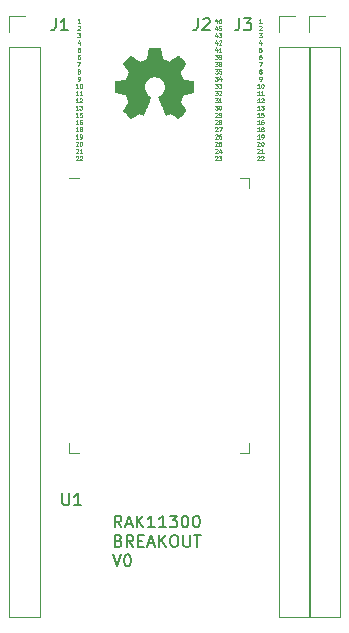
<source format=gbr>
G04 #@! TF.GenerationSoftware,KiCad,Pcbnew,5.1.5+dfsg1-2build2*
G04 #@! TF.CreationDate,2022-03-02T19:09:04-05:00*
G04 #@! TF.ProjectId,RAK11300_BREAKOUT,52414b31-3133-4303-905f-425245414b4f,rev?*
G04 #@! TF.SameCoordinates,Original*
G04 #@! TF.FileFunction,Legend,Top*
G04 #@! TF.FilePolarity,Positive*
%FSLAX46Y46*%
G04 Gerber Fmt 4.6, Leading zero omitted, Abs format (unit mm)*
G04 Created by KiCad (PCBNEW 5.1.5+dfsg1-2build2) date 2022-03-02 19:09:04*
%MOMM*%
%LPD*%
G04 APERTURE LIST*
%ADD10C,0.087500*%
%ADD11C,0.150000*%
%ADD12C,0.120000*%
%ADD13C,0.010000*%
G04 APERTURE END LIST*
D10*
X68286960Y-50906250D02*
X68286960Y-51139583D01*
X68203626Y-50772916D02*
X68120293Y-51022916D01*
X68336960Y-51022916D01*
X68620293Y-50789583D02*
X68553626Y-50789583D01*
X68520293Y-50806250D01*
X68503626Y-50822916D01*
X68470293Y-50872916D01*
X68453626Y-50939583D01*
X68453626Y-51072916D01*
X68470293Y-51106250D01*
X68486960Y-51122916D01*
X68520293Y-51139583D01*
X68586960Y-51139583D01*
X68620293Y-51122916D01*
X68636960Y-51106250D01*
X68653626Y-51072916D01*
X68653626Y-50989583D01*
X68636960Y-50956250D01*
X68620293Y-50939583D01*
X68586960Y-50922916D01*
X68520293Y-50922916D01*
X68486960Y-50939583D01*
X68470293Y-50956250D01*
X68453626Y-50989583D01*
X68286960Y-51518750D02*
X68286960Y-51752083D01*
X68203626Y-51385416D02*
X68120293Y-51635416D01*
X68336960Y-51635416D01*
X68636960Y-51402083D02*
X68470293Y-51402083D01*
X68453626Y-51568750D01*
X68470293Y-51552083D01*
X68503626Y-51535416D01*
X68586960Y-51535416D01*
X68620293Y-51552083D01*
X68636960Y-51568750D01*
X68653626Y-51602083D01*
X68653626Y-51685416D01*
X68636960Y-51718750D01*
X68620293Y-51735416D01*
X68586960Y-51752083D01*
X68503626Y-51752083D01*
X68470293Y-51735416D01*
X68453626Y-51718750D01*
X68286960Y-52131250D02*
X68286960Y-52364583D01*
X68203626Y-51997916D02*
X68120293Y-52247916D01*
X68336960Y-52247916D01*
X68436960Y-52014583D02*
X68653626Y-52014583D01*
X68536960Y-52147916D01*
X68586960Y-52147916D01*
X68620293Y-52164583D01*
X68636960Y-52181250D01*
X68653626Y-52214583D01*
X68653626Y-52297916D01*
X68636960Y-52331250D01*
X68620293Y-52347916D01*
X68586960Y-52364583D01*
X68486960Y-52364583D01*
X68453626Y-52347916D01*
X68436960Y-52331250D01*
X68286960Y-52743750D02*
X68286960Y-52977083D01*
X68203626Y-52610416D02*
X68120293Y-52860416D01*
X68336960Y-52860416D01*
X68453626Y-52660416D02*
X68470293Y-52643750D01*
X68503626Y-52627083D01*
X68586960Y-52627083D01*
X68620293Y-52643750D01*
X68636960Y-52660416D01*
X68653626Y-52693750D01*
X68653626Y-52727083D01*
X68636960Y-52777083D01*
X68436960Y-52977083D01*
X68653626Y-52977083D01*
X68286960Y-53356250D02*
X68286960Y-53589583D01*
X68203626Y-53222916D02*
X68120293Y-53472916D01*
X68336960Y-53472916D01*
X68653626Y-53589583D02*
X68453626Y-53589583D01*
X68553626Y-53589583D02*
X68553626Y-53239583D01*
X68520293Y-53289583D01*
X68486960Y-53322916D01*
X68453626Y-53339583D01*
X68103626Y-53852083D02*
X68320293Y-53852083D01*
X68203626Y-53985416D01*
X68253626Y-53985416D01*
X68286960Y-54002083D01*
X68303626Y-54018750D01*
X68320293Y-54052083D01*
X68320293Y-54135416D01*
X68303626Y-54168750D01*
X68286960Y-54185416D01*
X68253626Y-54202083D01*
X68153626Y-54202083D01*
X68120293Y-54185416D01*
X68103626Y-54168750D01*
X68486960Y-54202083D02*
X68553626Y-54202083D01*
X68586960Y-54185416D01*
X68603626Y-54168750D01*
X68636960Y-54118750D01*
X68653626Y-54052083D01*
X68653626Y-53918750D01*
X68636960Y-53885416D01*
X68620293Y-53868750D01*
X68586960Y-53852083D01*
X68520293Y-53852083D01*
X68486960Y-53868750D01*
X68470293Y-53885416D01*
X68453626Y-53918750D01*
X68453626Y-54002083D01*
X68470293Y-54035416D01*
X68486960Y-54052083D01*
X68520293Y-54068750D01*
X68586960Y-54068750D01*
X68620293Y-54052083D01*
X68636960Y-54035416D01*
X68653626Y-54002083D01*
X68103626Y-54464583D02*
X68320293Y-54464583D01*
X68203626Y-54597916D01*
X68253626Y-54597916D01*
X68286960Y-54614583D01*
X68303626Y-54631250D01*
X68320293Y-54664583D01*
X68320293Y-54747916D01*
X68303626Y-54781250D01*
X68286960Y-54797916D01*
X68253626Y-54814583D01*
X68153626Y-54814583D01*
X68120293Y-54797916D01*
X68103626Y-54781250D01*
X68520293Y-54614583D02*
X68486960Y-54597916D01*
X68470293Y-54581250D01*
X68453626Y-54547916D01*
X68453626Y-54531250D01*
X68470293Y-54497916D01*
X68486960Y-54481250D01*
X68520293Y-54464583D01*
X68586960Y-54464583D01*
X68620293Y-54481250D01*
X68636960Y-54497916D01*
X68653626Y-54531250D01*
X68653626Y-54547916D01*
X68636960Y-54581250D01*
X68620293Y-54597916D01*
X68586960Y-54614583D01*
X68520293Y-54614583D01*
X68486960Y-54631250D01*
X68470293Y-54647916D01*
X68453626Y-54681250D01*
X68453626Y-54747916D01*
X68470293Y-54781250D01*
X68486960Y-54797916D01*
X68520293Y-54814583D01*
X68586960Y-54814583D01*
X68620293Y-54797916D01*
X68636960Y-54781250D01*
X68653626Y-54747916D01*
X68653626Y-54681250D01*
X68636960Y-54647916D01*
X68620293Y-54631250D01*
X68586960Y-54614583D01*
X68103626Y-55077083D02*
X68320293Y-55077083D01*
X68203626Y-55210416D01*
X68253626Y-55210416D01*
X68286960Y-55227083D01*
X68303626Y-55243750D01*
X68320293Y-55277083D01*
X68320293Y-55360416D01*
X68303626Y-55393750D01*
X68286960Y-55410416D01*
X68253626Y-55427083D01*
X68153626Y-55427083D01*
X68120293Y-55410416D01*
X68103626Y-55393750D01*
X68636960Y-55077083D02*
X68470293Y-55077083D01*
X68453626Y-55243750D01*
X68470293Y-55227083D01*
X68503626Y-55210416D01*
X68586960Y-55210416D01*
X68620293Y-55227083D01*
X68636960Y-55243750D01*
X68653626Y-55277083D01*
X68653626Y-55360416D01*
X68636960Y-55393750D01*
X68620293Y-55410416D01*
X68586960Y-55427083D01*
X68503626Y-55427083D01*
X68470293Y-55410416D01*
X68453626Y-55393750D01*
X68103626Y-55689583D02*
X68320293Y-55689583D01*
X68203626Y-55822916D01*
X68253626Y-55822916D01*
X68286960Y-55839583D01*
X68303626Y-55856250D01*
X68320293Y-55889583D01*
X68320293Y-55972916D01*
X68303626Y-56006250D01*
X68286960Y-56022916D01*
X68253626Y-56039583D01*
X68153626Y-56039583D01*
X68120293Y-56022916D01*
X68103626Y-56006250D01*
X68620293Y-55806250D02*
X68620293Y-56039583D01*
X68536960Y-55672916D02*
X68453626Y-55922916D01*
X68670293Y-55922916D01*
X68103626Y-56302083D02*
X68320293Y-56302083D01*
X68203626Y-56435416D01*
X68253626Y-56435416D01*
X68286960Y-56452083D01*
X68303626Y-56468750D01*
X68320293Y-56502083D01*
X68320293Y-56585416D01*
X68303626Y-56618750D01*
X68286960Y-56635416D01*
X68253626Y-56652083D01*
X68153626Y-56652083D01*
X68120293Y-56635416D01*
X68103626Y-56618750D01*
X68436960Y-56302083D02*
X68653626Y-56302083D01*
X68536960Y-56435416D01*
X68586960Y-56435416D01*
X68620293Y-56452083D01*
X68636960Y-56468750D01*
X68653626Y-56502083D01*
X68653626Y-56585416D01*
X68636960Y-56618750D01*
X68620293Y-56635416D01*
X68586960Y-56652083D01*
X68486960Y-56652083D01*
X68453626Y-56635416D01*
X68436960Y-56618750D01*
X68103626Y-56914583D02*
X68320293Y-56914583D01*
X68203626Y-57047916D01*
X68253626Y-57047916D01*
X68286960Y-57064583D01*
X68303626Y-57081250D01*
X68320293Y-57114583D01*
X68320293Y-57197916D01*
X68303626Y-57231250D01*
X68286960Y-57247916D01*
X68253626Y-57264583D01*
X68153626Y-57264583D01*
X68120293Y-57247916D01*
X68103626Y-57231250D01*
X68453626Y-56947916D02*
X68470293Y-56931250D01*
X68503626Y-56914583D01*
X68586960Y-56914583D01*
X68620293Y-56931250D01*
X68636960Y-56947916D01*
X68653626Y-56981250D01*
X68653626Y-57014583D01*
X68636960Y-57064583D01*
X68436960Y-57264583D01*
X68653626Y-57264583D01*
X68103626Y-57527083D02*
X68320293Y-57527083D01*
X68203626Y-57660416D01*
X68253626Y-57660416D01*
X68286960Y-57677083D01*
X68303626Y-57693750D01*
X68320293Y-57727083D01*
X68320293Y-57810416D01*
X68303626Y-57843750D01*
X68286960Y-57860416D01*
X68253626Y-57877083D01*
X68153626Y-57877083D01*
X68120293Y-57860416D01*
X68103626Y-57843750D01*
X68653626Y-57877083D02*
X68453626Y-57877083D01*
X68553626Y-57877083D02*
X68553626Y-57527083D01*
X68520293Y-57577083D01*
X68486960Y-57610416D01*
X68453626Y-57627083D01*
X68103626Y-58139583D02*
X68320293Y-58139583D01*
X68203626Y-58272916D01*
X68253626Y-58272916D01*
X68286960Y-58289583D01*
X68303626Y-58306250D01*
X68320293Y-58339583D01*
X68320293Y-58422916D01*
X68303626Y-58456250D01*
X68286960Y-58472916D01*
X68253626Y-58489583D01*
X68153626Y-58489583D01*
X68120293Y-58472916D01*
X68103626Y-58456250D01*
X68536960Y-58139583D02*
X68570293Y-58139583D01*
X68603626Y-58156250D01*
X68620293Y-58172916D01*
X68636960Y-58206250D01*
X68653626Y-58272916D01*
X68653626Y-58356250D01*
X68636960Y-58422916D01*
X68620293Y-58456250D01*
X68603626Y-58472916D01*
X68570293Y-58489583D01*
X68536960Y-58489583D01*
X68503626Y-58472916D01*
X68486960Y-58456250D01*
X68470293Y-58422916D01*
X68453626Y-58356250D01*
X68453626Y-58272916D01*
X68470293Y-58206250D01*
X68486960Y-58172916D01*
X68503626Y-58156250D01*
X68536960Y-58139583D01*
X68120293Y-58785416D02*
X68136960Y-58768750D01*
X68170293Y-58752083D01*
X68253626Y-58752083D01*
X68286960Y-58768750D01*
X68303626Y-58785416D01*
X68320293Y-58818750D01*
X68320293Y-58852083D01*
X68303626Y-58902083D01*
X68103626Y-59102083D01*
X68320293Y-59102083D01*
X68486960Y-59102083D02*
X68553626Y-59102083D01*
X68586960Y-59085416D01*
X68603626Y-59068750D01*
X68636960Y-59018750D01*
X68653626Y-58952083D01*
X68653626Y-58818750D01*
X68636960Y-58785416D01*
X68620293Y-58768750D01*
X68586960Y-58752083D01*
X68520293Y-58752083D01*
X68486960Y-58768750D01*
X68470293Y-58785416D01*
X68453626Y-58818750D01*
X68453626Y-58902083D01*
X68470293Y-58935416D01*
X68486960Y-58952083D01*
X68520293Y-58968750D01*
X68586960Y-58968750D01*
X68620293Y-58952083D01*
X68636960Y-58935416D01*
X68653626Y-58902083D01*
X68120293Y-59397916D02*
X68136960Y-59381250D01*
X68170293Y-59364583D01*
X68253626Y-59364583D01*
X68286960Y-59381250D01*
X68303626Y-59397916D01*
X68320293Y-59431250D01*
X68320293Y-59464583D01*
X68303626Y-59514583D01*
X68103626Y-59714583D01*
X68320293Y-59714583D01*
X68520293Y-59514583D02*
X68486960Y-59497916D01*
X68470293Y-59481250D01*
X68453626Y-59447916D01*
X68453626Y-59431250D01*
X68470293Y-59397916D01*
X68486960Y-59381250D01*
X68520293Y-59364583D01*
X68586960Y-59364583D01*
X68620293Y-59381250D01*
X68636960Y-59397916D01*
X68653626Y-59431250D01*
X68653626Y-59447916D01*
X68636960Y-59481250D01*
X68620293Y-59497916D01*
X68586960Y-59514583D01*
X68520293Y-59514583D01*
X68486960Y-59531250D01*
X68470293Y-59547916D01*
X68453626Y-59581250D01*
X68453626Y-59647916D01*
X68470293Y-59681250D01*
X68486960Y-59697916D01*
X68520293Y-59714583D01*
X68586960Y-59714583D01*
X68620293Y-59697916D01*
X68636960Y-59681250D01*
X68653626Y-59647916D01*
X68653626Y-59581250D01*
X68636960Y-59547916D01*
X68620293Y-59531250D01*
X68586960Y-59514583D01*
X68120293Y-60010416D02*
X68136960Y-59993750D01*
X68170293Y-59977083D01*
X68253626Y-59977083D01*
X68286960Y-59993750D01*
X68303626Y-60010416D01*
X68320293Y-60043750D01*
X68320293Y-60077083D01*
X68303626Y-60127083D01*
X68103626Y-60327083D01*
X68320293Y-60327083D01*
X68436960Y-59977083D02*
X68670293Y-59977083D01*
X68520293Y-60327083D01*
X68120293Y-60622916D02*
X68136960Y-60606250D01*
X68170293Y-60589583D01*
X68253626Y-60589583D01*
X68286960Y-60606250D01*
X68303626Y-60622916D01*
X68320293Y-60656250D01*
X68320293Y-60689583D01*
X68303626Y-60739583D01*
X68103626Y-60939583D01*
X68320293Y-60939583D01*
X68620293Y-60589583D02*
X68553626Y-60589583D01*
X68520293Y-60606250D01*
X68503626Y-60622916D01*
X68470293Y-60672916D01*
X68453626Y-60739583D01*
X68453626Y-60872916D01*
X68470293Y-60906250D01*
X68486960Y-60922916D01*
X68520293Y-60939583D01*
X68586960Y-60939583D01*
X68620293Y-60922916D01*
X68636960Y-60906250D01*
X68653626Y-60872916D01*
X68653626Y-60789583D01*
X68636960Y-60756250D01*
X68620293Y-60739583D01*
X68586960Y-60722916D01*
X68520293Y-60722916D01*
X68486960Y-60739583D01*
X68470293Y-60756250D01*
X68453626Y-60789583D01*
X68120293Y-61235416D02*
X68136960Y-61218750D01*
X68170293Y-61202083D01*
X68253626Y-61202083D01*
X68286960Y-61218750D01*
X68303626Y-61235416D01*
X68320293Y-61268750D01*
X68320293Y-61302083D01*
X68303626Y-61352083D01*
X68103626Y-61552083D01*
X68320293Y-61552083D01*
X68636960Y-61202083D02*
X68470293Y-61202083D01*
X68453626Y-61368750D01*
X68470293Y-61352083D01*
X68503626Y-61335416D01*
X68586960Y-61335416D01*
X68620293Y-61352083D01*
X68636960Y-61368750D01*
X68653626Y-61402083D01*
X68653626Y-61485416D01*
X68636960Y-61518750D01*
X68620293Y-61535416D01*
X68586960Y-61552083D01*
X68503626Y-61552083D01*
X68470293Y-61535416D01*
X68453626Y-61518750D01*
X68120293Y-61847916D02*
X68136960Y-61831250D01*
X68170293Y-61814583D01*
X68253626Y-61814583D01*
X68286960Y-61831250D01*
X68303626Y-61847916D01*
X68320293Y-61881250D01*
X68320293Y-61914583D01*
X68303626Y-61964583D01*
X68103626Y-62164583D01*
X68320293Y-62164583D01*
X68620293Y-61931250D02*
X68620293Y-62164583D01*
X68536960Y-61797916D02*
X68453626Y-62047916D01*
X68670293Y-62047916D01*
X68120293Y-62460416D02*
X68136960Y-62443750D01*
X68170293Y-62427083D01*
X68253626Y-62427083D01*
X68286960Y-62443750D01*
X68303626Y-62460416D01*
X68320293Y-62493750D01*
X68320293Y-62527083D01*
X68303626Y-62577083D01*
X68103626Y-62777083D01*
X68320293Y-62777083D01*
X68436960Y-62427083D02*
X68653626Y-62427083D01*
X68536960Y-62560416D01*
X68586960Y-62560416D01*
X68620293Y-62577083D01*
X68636960Y-62593750D01*
X68653626Y-62627083D01*
X68653626Y-62710416D01*
X68636960Y-62743750D01*
X68620293Y-62760416D01*
X68586960Y-62777083D01*
X68486960Y-62777083D01*
X68453626Y-62760416D01*
X68436960Y-62743750D01*
X72058200Y-51139583D02*
X71858200Y-51139583D01*
X71958200Y-51139583D02*
X71958200Y-50789583D01*
X71924866Y-50839583D01*
X71891533Y-50872916D01*
X71858200Y-50889583D01*
X71858200Y-51435416D02*
X71874866Y-51418750D01*
X71908200Y-51402083D01*
X71991533Y-51402083D01*
X72024866Y-51418750D01*
X72041533Y-51435416D01*
X72058200Y-51468750D01*
X72058200Y-51502083D01*
X72041533Y-51552083D01*
X71841533Y-51752083D01*
X72058200Y-51752083D01*
X71841533Y-52014583D02*
X72058200Y-52014583D01*
X71941533Y-52147916D01*
X71991533Y-52147916D01*
X72024866Y-52164583D01*
X72041533Y-52181250D01*
X72058200Y-52214583D01*
X72058200Y-52297916D01*
X72041533Y-52331250D01*
X72024866Y-52347916D01*
X71991533Y-52364583D01*
X71891533Y-52364583D01*
X71858200Y-52347916D01*
X71841533Y-52331250D01*
X72024866Y-52743750D02*
X72024866Y-52977083D01*
X71941533Y-52610416D02*
X71858200Y-52860416D01*
X72074866Y-52860416D01*
X72041533Y-53239583D02*
X71874866Y-53239583D01*
X71858200Y-53406250D01*
X71874866Y-53389583D01*
X71908200Y-53372916D01*
X71991533Y-53372916D01*
X72024866Y-53389583D01*
X72041533Y-53406250D01*
X72058200Y-53439583D01*
X72058200Y-53522916D01*
X72041533Y-53556250D01*
X72024866Y-53572916D01*
X71991533Y-53589583D01*
X71908200Y-53589583D01*
X71874866Y-53572916D01*
X71858200Y-53556250D01*
X72024866Y-53852083D02*
X71958200Y-53852083D01*
X71924866Y-53868750D01*
X71908200Y-53885416D01*
X71874866Y-53935416D01*
X71858200Y-54002083D01*
X71858200Y-54135416D01*
X71874866Y-54168750D01*
X71891533Y-54185416D01*
X71924866Y-54202083D01*
X71991533Y-54202083D01*
X72024866Y-54185416D01*
X72041533Y-54168750D01*
X72058200Y-54135416D01*
X72058200Y-54052083D01*
X72041533Y-54018750D01*
X72024866Y-54002083D01*
X71991533Y-53985416D01*
X71924866Y-53985416D01*
X71891533Y-54002083D01*
X71874866Y-54018750D01*
X71858200Y-54052083D01*
X71841533Y-54464583D02*
X72074866Y-54464583D01*
X71924866Y-54814583D01*
X71924866Y-55227083D02*
X71891533Y-55210416D01*
X71874866Y-55193750D01*
X71858200Y-55160416D01*
X71858200Y-55143750D01*
X71874866Y-55110416D01*
X71891533Y-55093750D01*
X71924866Y-55077083D01*
X71991533Y-55077083D01*
X72024866Y-55093750D01*
X72041533Y-55110416D01*
X72058200Y-55143750D01*
X72058200Y-55160416D01*
X72041533Y-55193750D01*
X72024866Y-55210416D01*
X71991533Y-55227083D01*
X71924866Y-55227083D01*
X71891533Y-55243750D01*
X71874866Y-55260416D01*
X71858200Y-55293750D01*
X71858200Y-55360416D01*
X71874866Y-55393750D01*
X71891533Y-55410416D01*
X71924866Y-55427083D01*
X71991533Y-55427083D01*
X72024866Y-55410416D01*
X72041533Y-55393750D01*
X72058200Y-55360416D01*
X72058200Y-55293750D01*
X72041533Y-55260416D01*
X72024866Y-55243750D01*
X71991533Y-55227083D01*
X71891533Y-56039583D02*
X71958200Y-56039583D01*
X71991533Y-56022916D01*
X72008200Y-56006250D01*
X72041533Y-55956250D01*
X72058200Y-55889583D01*
X72058200Y-55756250D01*
X72041533Y-55722916D01*
X72024866Y-55706250D01*
X71991533Y-55689583D01*
X71924866Y-55689583D01*
X71891533Y-55706250D01*
X71874866Y-55722916D01*
X71858200Y-55756250D01*
X71858200Y-55839583D01*
X71874866Y-55872916D01*
X71891533Y-55889583D01*
X71924866Y-55906250D01*
X71991533Y-55906250D01*
X72024866Y-55889583D01*
X72041533Y-55872916D01*
X72058200Y-55839583D01*
X71891533Y-56652083D02*
X71691533Y-56652083D01*
X71791533Y-56652083D02*
X71791533Y-56302083D01*
X71758200Y-56352083D01*
X71724866Y-56385416D01*
X71691533Y-56402083D01*
X72108200Y-56302083D02*
X72141533Y-56302083D01*
X72174866Y-56318750D01*
X72191533Y-56335416D01*
X72208200Y-56368750D01*
X72224866Y-56435416D01*
X72224866Y-56518750D01*
X72208200Y-56585416D01*
X72191533Y-56618750D01*
X72174866Y-56635416D01*
X72141533Y-56652083D01*
X72108200Y-56652083D01*
X72074866Y-56635416D01*
X72058200Y-56618750D01*
X72041533Y-56585416D01*
X72024866Y-56518750D01*
X72024866Y-56435416D01*
X72041533Y-56368750D01*
X72058200Y-56335416D01*
X72074866Y-56318750D01*
X72108200Y-56302083D01*
X71891533Y-57264583D02*
X71691533Y-57264583D01*
X71791533Y-57264583D02*
X71791533Y-56914583D01*
X71758200Y-56964583D01*
X71724866Y-56997916D01*
X71691533Y-57014583D01*
X72224866Y-57264583D02*
X72024866Y-57264583D01*
X72124866Y-57264583D02*
X72124866Y-56914583D01*
X72091533Y-56964583D01*
X72058200Y-56997916D01*
X72024866Y-57014583D01*
X71891533Y-57877083D02*
X71691533Y-57877083D01*
X71791533Y-57877083D02*
X71791533Y-57527083D01*
X71758200Y-57577083D01*
X71724866Y-57610416D01*
X71691533Y-57627083D01*
X72024866Y-57560416D02*
X72041533Y-57543750D01*
X72074866Y-57527083D01*
X72158200Y-57527083D01*
X72191533Y-57543750D01*
X72208200Y-57560416D01*
X72224866Y-57593750D01*
X72224866Y-57627083D01*
X72208200Y-57677083D01*
X72008200Y-57877083D01*
X72224866Y-57877083D01*
X71891533Y-58489583D02*
X71691533Y-58489583D01*
X71791533Y-58489583D02*
X71791533Y-58139583D01*
X71758200Y-58189583D01*
X71724866Y-58222916D01*
X71691533Y-58239583D01*
X72008200Y-58139583D02*
X72224866Y-58139583D01*
X72108200Y-58272916D01*
X72158200Y-58272916D01*
X72191533Y-58289583D01*
X72208200Y-58306250D01*
X72224866Y-58339583D01*
X72224866Y-58422916D01*
X72208200Y-58456250D01*
X72191533Y-58472916D01*
X72158200Y-58489583D01*
X72058200Y-58489583D01*
X72024866Y-58472916D01*
X72008200Y-58456250D01*
X71891533Y-59102083D02*
X71691533Y-59102083D01*
X71791533Y-59102083D02*
X71791533Y-58752083D01*
X71758200Y-58802083D01*
X71724866Y-58835416D01*
X71691533Y-58852083D01*
X72208200Y-58752083D02*
X72041533Y-58752083D01*
X72024866Y-58918750D01*
X72041533Y-58902083D01*
X72074866Y-58885416D01*
X72158200Y-58885416D01*
X72191533Y-58902083D01*
X72208200Y-58918750D01*
X72224866Y-58952083D01*
X72224866Y-59035416D01*
X72208200Y-59068750D01*
X72191533Y-59085416D01*
X72158200Y-59102083D01*
X72074866Y-59102083D01*
X72041533Y-59085416D01*
X72024866Y-59068750D01*
X71891533Y-59714583D02*
X71691533Y-59714583D01*
X71791533Y-59714583D02*
X71791533Y-59364583D01*
X71758200Y-59414583D01*
X71724866Y-59447916D01*
X71691533Y-59464583D01*
X72191533Y-59364583D02*
X72124866Y-59364583D01*
X72091533Y-59381250D01*
X72074866Y-59397916D01*
X72041533Y-59447916D01*
X72024866Y-59514583D01*
X72024866Y-59647916D01*
X72041533Y-59681250D01*
X72058200Y-59697916D01*
X72091533Y-59714583D01*
X72158200Y-59714583D01*
X72191533Y-59697916D01*
X72208200Y-59681250D01*
X72224866Y-59647916D01*
X72224866Y-59564583D01*
X72208200Y-59531250D01*
X72191533Y-59514583D01*
X72158200Y-59497916D01*
X72091533Y-59497916D01*
X72058200Y-59514583D01*
X72041533Y-59531250D01*
X72024866Y-59564583D01*
X71891533Y-60327083D02*
X71691533Y-60327083D01*
X71791533Y-60327083D02*
X71791533Y-59977083D01*
X71758200Y-60027083D01*
X71724866Y-60060416D01*
X71691533Y-60077083D01*
X72091533Y-60127083D02*
X72058200Y-60110416D01*
X72041533Y-60093750D01*
X72024866Y-60060416D01*
X72024866Y-60043750D01*
X72041533Y-60010416D01*
X72058200Y-59993750D01*
X72091533Y-59977083D01*
X72158200Y-59977083D01*
X72191533Y-59993750D01*
X72208200Y-60010416D01*
X72224866Y-60043750D01*
X72224866Y-60060416D01*
X72208200Y-60093750D01*
X72191533Y-60110416D01*
X72158200Y-60127083D01*
X72091533Y-60127083D01*
X72058200Y-60143750D01*
X72041533Y-60160416D01*
X72024866Y-60193750D01*
X72024866Y-60260416D01*
X72041533Y-60293750D01*
X72058200Y-60310416D01*
X72091533Y-60327083D01*
X72158200Y-60327083D01*
X72191533Y-60310416D01*
X72208200Y-60293750D01*
X72224866Y-60260416D01*
X72224866Y-60193750D01*
X72208200Y-60160416D01*
X72191533Y-60143750D01*
X72158200Y-60127083D01*
X71891533Y-60939583D02*
X71691533Y-60939583D01*
X71791533Y-60939583D02*
X71791533Y-60589583D01*
X71758200Y-60639583D01*
X71724866Y-60672916D01*
X71691533Y-60689583D01*
X72058200Y-60939583D02*
X72124866Y-60939583D01*
X72158200Y-60922916D01*
X72174866Y-60906250D01*
X72208200Y-60856250D01*
X72224866Y-60789583D01*
X72224866Y-60656250D01*
X72208200Y-60622916D01*
X72191533Y-60606250D01*
X72158200Y-60589583D01*
X72091533Y-60589583D01*
X72058200Y-60606250D01*
X72041533Y-60622916D01*
X72024866Y-60656250D01*
X72024866Y-60739583D01*
X72041533Y-60772916D01*
X72058200Y-60789583D01*
X72091533Y-60806250D01*
X72158200Y-60806250D01*
X72191533Y-60789583D01*
X72208200Y-60772916D01*
X72224866Y-60739583D01*
X71691533Y-61235416D02*
X71708200Y-61218750D01*
X71741533Y-61202083D01*
X71824866Y-61202083D01*
X71858200Y-61218750D01*
X71874866Y-61235416D01*
X71891533Y-61268750D01*
X71891533Y-61302083D01*
X71874866Y-61352083D01*
X71674866Y-61552083D01*
X71891533Y-61552083D01*
X72108200Y-61202083D02*
X72141533Y-61202083D01*
X72174866Y-61218750D01*
X72191533Y-61235416D01*
X72208200Y-61268750D01*
X72224866Y-61335416D01*
X72224866Y-61418750D01*
X72208200Y-61485416D01*
X72191533Y-61518750D01*
X72174866Y-61535416D01*
X72141533Y-61552083D01*
X72108200Y-61552083D01*
X72074866Y-61535416D01*
X72058200Y-61518750D01*
X72041533Y-61485416D01*
X72024866Y-61418750D01*
X72024866Y-61335416D01*
X72041533Y-61268750D01*
X72058200Y-61235416D01*
X72074866Y-61218750D01*
X72108200Y-61202083D01*
X71691533Y-61847916D02*
X71708200Y-61831250D01*
X71741533Y-61814583D01*
X71824866Y-61814583D01*
X71858200Y-61831250D01*
X71874866Y-61847916D01*
X71891533Y-61881250D01*
X71891533Y-61914583D01*
X71874866Y-61964583D01*
X71674866Y-62164583D01*
X71891533Y-62164583D01*
X72224866Y-62164583D02*
X72024866Y-62164583D01*
X72124866Y-62164583D02*
X72124866Y-61814583D01*
X72091533Y-61864583D01*
X72058200Y-61897916D01*
X72024866Y-61914583D01*
X71691533Y-62460416D02*
X71708200Y-62443750D01*
X71741533Y-62427083D01*
X71824866Y-62427083D01*
X71858200Y-62443750D01*
X71874866Y-62460416D01*
X71891533Y-62493750D01*
X71891533Y-62527083D01*
X71874866Y-62577083D01*
X71674866Y-62777083D01*
X71891533Y-62777083D01*
X72024866Y-62460416D02*
X72041533Y-62443750D01*
X72074866Y-62427083D01*
X72158200Y-62427083D01*
X72191533Y-62443750D01*
X72208200Y-62460416D01*
X72224866Y-62493750D01*
X72224866Y-62527083D01*
X72208200Y-62577083D01*
X72008200Y-62777083D01*
X72224866Y-62777083D01*
X56681040Y-51139583D02*
X56481040Y-51139583D01*
X56581040Y-51139583D02*
X56581040Y-50789583D01*
X56547706Y-50839583D01*
X56514373Y-50872916D01*
X56481040Y-50889583D01*
X56481040Y-51435416D02*
X56497706Y-51418750D01*
X56531040Y-51402083D01*
X56614373Y-51402083D01*
X56647706Y-51418750D01*
X56664373Y-51435416D01*
X56681040Y-51468750D01*
X56681040Y-51502083D01*
X56664373Y-51552083D01*
X56464373Y-51752083D01*
X56681040Y-51752083D01*
X56464373Y-52014583D02*
X56681040Y-52014583D01*
X56564373Y-52147916D01*
X56614373Y-52147916D01*
X56647706Y-52164583D01*
X56664373Y-52181250D01*
X56681040Y-52214583D01*
X56681040Y-52297916D01*
X56664373Y-52331250D01*
X56647706Y-52347916D01*
X56614373Y-52364583D01*
X56514373Y-52364583D01*
X56481040Y-52347916D01*
X56464373Y-52331250D01*
X56647706Y-52743750D02*
X56647706Y-52977083D01*
X56564373Y-52610416D02*
X56481040Y-52860416D01*
X56697706Y-52860416D01*
X56664373Y-53239583D02*
X56497706Y-53239583D01*
X56481040Y-53406250D01*
X56497706Y-53389583D01*
X56531040Y-53372916D01*
X56614373Y-53372916D01*
X56647706Y-53389583D01*
X56664373Y-53406250D01*
X56681040Y-53439583D01*
X56681040Y-53522916D01*
X56664373Y-53556250D01*
X56647706Y-53572916D01*
X56614373Y-53589583D01*
X56531040Y-53589583D01*
X56497706Y-53572916D01*
X56481040Y-53556250D01*
X56647706Y-53852083D02*
X56581040Y-53852083D01*
X56547706Y-53868750D01*
X56531040Y-53885416D01*
X56497706Y-53935416D01*
X56481040Y-54002083D01*
X56481040Y-54135416D01*
X56497706Y-54168750D01*
X56514373Y-54185416D01*
X56547706Y-54202083D01*
X56614373Y-54202083D01*
X56647706Y-54185416D01*
X56664373Y-54168750D01*
X56681040Y-54135416D01*
X56681040Y-54052083D01*
X56664373Y-54018750D01*
X56647706Y-54002083D01*
X56614373Y-53985416D01*
X56547706Y-53985416D01*
X56514373Y-54002083D01*
X56497706Y-54018750D01*
X56481040Y-54052083D01*
X56464373Y-54464583D02*
X56697706Y-54464583D01*
X56547706Y-54814583D01*
X56547706Y-55227083D02*
X56514373Y-55210416D01*
X56497706Y-55193750D01*
X56481040Y-55160416D01*
X56481040Y-55143750D01*
X56497706Y-55110416D01*
X56514373Y-55093750D01*
X56547706Y-55077083D01*
X56614373Y-55077083D01*
X56647706Y-55093750D01*
X56664373Y-55110416D01*
X56681040Y-55143750D01*
X56681040Y-55160416D01*
X56664373Y-55193750D01*
X56647706Y-55210416D01*
X56614373Y-55227083D01*
X56547706Y-55227083D01*
X56514373Y-55243750D01*
X56497706Y-55260416D01*
X56481040Y-55293750D01*
X56481040Y-55360416D01*
X56497706Y-55393750D01*
X56514373Y-55410416D01*
X56547706Y-55427083D01*
X56614373Y-55427083D01*
X56647706Y-55410416D01*
X56664373Y-55393750D01*
X56681040Y-55360416D01*
X56681040Y-55293750D01*
X56664373Y-55260416D01*
X56647706Y-55243750D01*
X56614373Y-55227083D01*
X56514373Y-56039583D02*
X56581040Y-56039583D01*
X56614373Y-56022916D01*
X56631040Y-56006250D01*
X56664373Y-55956250D01*
X56681040Y-55889583D01*
X56681040Y-55756250D01*
X56664373Y-55722916D01*
X56647706Y-55706250D01*
X56614373Y-55689583D01*
X56547706Y-55689583D01*
X56514373Y-55706250D01*
X56497706Y-55722916D01*
X56481040Y-55756250D01*
X56481040Y-55839583D01*
X56497706Y-55872916D01*
X56514373Y-55889583D01*
X56547706Y-55906250D01*
X56614373Y-55906250D01*
X56647706Y-55889583D01*
X56664373Y-55872916D01*
X56681040Y-55839583D01*
X56514373Y-56652083D02*
X56314373Y-56652083D01*
X56414373Y-56652083D02*
X56414373Y-56302083D01*
X56381040Y-56352083D01*
X56347706Y-56385416D01*
X56314373Y-56402083D01*
X56731040Y-56302083D02*
X56764373Y-56302083D01*
X56797706Y-56318750D01*
X56814373Y-56335416D01*
X56831040Y-56368750D01*
X56847706Y-56435416D01*
X56847706Y-56518750D01*
X56831040Y-56585416D01*
X56814373Y-56618750D01*
X56797706Y-56635416D01*
X56764373Y-56652083D01*
X56731040Y-56652083D01*
X56697706Y-56635416D01*
X56681040Y-56618750D01*
X56664373Y-56585416D01*
X56647706Y-56518750D01*
X56647706Y-56435416D01*
X56664373Y-56368750D01*
X56681040Y-56335416D01*
X56697706Y-56318750D01*
X56731040Y-56302083D01*
X56514373Y-57264583D02*
X56314373Y-57264583D01*
X56414373Y-57264583D02*
X56414373Y-56914583D01*
X56381040Y-56964583D01*
X56347706Y-56997916D01*
X56314373Y-57014583D01*
X56847706Y-57264583D02*
X56647706Y-57264583D01*
X56747706Y-57264583D02*
X56747706Y-56914583D01*
X56714373Y-56964583D01*
X56681040Y-56997916D01*
X56647706Y-57014583D01*
X56514373Y-57877083D02*
X56314373Y-57877083D01*
X56414373Y-57877083D02*
X56414373Y-57527083D01*
X56381040Y-57577083D01*
X56347706Y-57610416D01*
X56314373Y-57627083D01*
X56647706Y-57560416D02*
X56664373Y-57543750D01*
X56697706Y-57527083D01*
X56781040Y-57527083D01*
X56814373Y-57543750D01*
X56831040Y-57560416D01*
X56847706Y-57593750D01*
X56847706Y-57627083D01*
X56831040Y-57677083D01*
X56631040Y-57877083D01*
X56847706Y-57877083D01*
X56514373Y-58489583D02*
X56314373Y-58489583D01*
X56414373Y-58489583D02*
X56414373Y-58139583D01*
X56381040Y-58189583D01*
X56347706Y-58222916D01*
X56314373Y-58239583D01*
X56631040Y-58139583D02*
X56847706Y-58139583D01*
X56731040Y-58272916D01*
X56781040Y-58272916D01*
X56814373Y-58289583D01*
X56831040Y-58306250D01*
X56847706Y-58339583D01*
X56847706Y-58422916D01*
X56831040Y-58456250D01*
X56814373Y-58472916D01*
X56781040Y-58489583D01*
X56681040Y-58489583D01*
X56647706Y-58472916D01*
X56631040Y-58456250D01*
X56514373Y-59102083D02*
X56314373Y-59102083D01*
X56414373Y-59102083D02*
X56414373Y-58752083D01*
X56381040Y-58802083D01*
X56347706Y-58835416D01*
X56314373Y-58852083D01*
X56831040Y-58752083D02*
X56664373Y-58752083D01*
X56647706Y-58918750D01*
X56664373Y-58902083D01*
X56697706Y-58885416D01*
X56781040Y-58885416D01*
X56814373Y-58902083D01*
X56831040Y-58918750D01*
X56847706Y-58952083D01*
X56847706Y-59035416D01*
X56831040Y-59068750D01*
X56814373Y-59085416D01*
X56781040Y-59102083D01*
X56697706Y-59102083D01*
X56664373Y-59085416D01*
X56647706Y-59068750D01*
X56514373Y-59714583D02*
X56314373Y-59714583D01*
X56414373Y-59714583D02*
X56414373Y-59364583D01*
X56381040Y-59414583D01*
X56347706Y-59447916D01*
X56314373Y-59464583D01*
X56814373Y-59364583D02*
X56747706Y-59364583D01*
X56714373Y-59381250D01*
X56697706Y-59397916D01*
X56664373Y-59447916D01*
X56647706Y-59514583D01*
X56647706Y-59647916D01*
X56664373Y-59681250D01*
X56681040Y-59697916D01*
X56714373Y-59714583D01*
X56781040Y-59714583D01*
X56814373Y-59697916D01*
X56831040Y-59681250D01*
X56847706Y-59647916D01*
X56847706Y-59564583D01*
X56831040Y-59531250D01*
X56814373Y-59514583D01*
X56781040Y-59497916D01*
X56714373Y-59497916D01*
X56681040Y-59514583D01*
X56664373Y-59531250D01*
X56647706Y-59564583D01*
X56514373Y-60327083D02*
X56314373Y-60327083D01*
X56414373Y-60327083D02*
X56414373Y-59977083D01*
X56381040Y-60027083D01*
X56347706Y-60060416D01*
X56314373Y-60077083D01*
X56714373Y-60127083D02*
X56681040Y-60110416D01*
X56664373Y-60093750D01*
X56647706Y-60060416D01*
X56647706Y-60043750D01*
X56664373Y-60010416D01*
X56681040Y-59993750D01*
X56714373Y-59977083D01*
X56781040Y-59977083D01*
X56814373Y-59993750D01*
X56831040Y-60010416D01*
X56847706Y-60043750D01*
X56847706Y-60060416D01*
X56831040Y-60093750D01*
X56814373Y-60110416D01*
X56781040Y-60127083D01*
X56714373Y-60127083D01*
X56681040Y-60143750D01*
X56664373Y-60160416D01*
X56647706Y-60193750D01*
X56647706Y-60260416D01*
X56664373Y-60293750D01*
X56681040Y-60310416D01*
X56714373Y-60327083D01*
X56781040Y-60327083D01*
X56814373Y-60310416D01*
X56831040Y-60293750D01*
X56847706Y-60260416D01*
X56847706Y-60193750D01*
X56831040Y-60160416D01*
X56814373Y-60143750D01*
X56781040Y-60127083D01*
X56514373Y-60939583D02*
X56314373Y-60939583D01*
X56414373Y-60939583D02*
X56414373Y-60589583D01*
X56381040Y-60639583D01*
X56347706Y-60672916D01*
X56314373Y-60689583D01*
X56681040Y-60939583D02*
X56747706Y-60939583D01*
X56781040Y-60922916D01*
X56797706Y-60906250D01*
X56831040Y-60856250D01*
X56847706Y-60789583D01*
X56847706Y-60656250D01*
X56831040Y-60622916D01*
X56814373Y-60606250D01*
X56781040Y-60589583D01*
X56714373Y-60589583D01*
X56681040Y-60606250D01*
X56664373Y-60622916D01*
X56647706Y-60656250D01*
X56647706Y-60739583D01*
X56664373Y-60772916D01*
X56681040Y-60789583D01*
X56714373Y-60806250D01*
X56781040Y-60806250D01*
X56814373Y-60789583D01*
X56831040Y-60772916D01*
X56847706Y-60739583D01*
X56314373Y-61235416D02*
X56331040Y-61218750D01*
X56364373Y-61202083D01*
X56447706Y-61202083D01*
X56481040Y-61218750D01*
X56497706Y-61235416D01*
X56514373Y-61268750D01*
X56514373Y-61302083D01*
X56497706Y-61352083D01*
X56297706Y-61552083D01*
X56514373Y-61552083D01*
X56731040Y-61202083D02*
X56764373Y-61202083D01*
X56797706Y-61218750D01*
X56814373Y-61235416D01*
X56831040Y-61268750D01*
X56847706Y-61335416D01*
X56847706Y-61418750D01*
X56831040Y-61485416D01*
X56814373Y-61518750D01*
X56797706Y-61535416D01*
X56764373Y-61552083D01*
X56731040Y-61552083D01*
X56697706Y-61535416D01*
X56681040Y-61518750D01*
X56664373Y-61485416D01*
X56647706Y-61418750D01*
X56647706Y-61335416D01*
X56664373Y-61268750D01*
X56681040Y-61235416D01*
X56697706Y-61218750D01*
X56731040Y-61202083D01*
X56314373Y-61847916D02*
X56331040Y-61831250D01*
X56364373Y-61814583D01*
X56447706Y-61814583D01*
X56481040Y-61831250D01*
X56497706Y-61847916D01*
X56514373Y-61881250D01*
X56514373Y-61914583D01*
X56497706Y-61964583D01*
X56297706Y-62164583D01*
X56514373Y-62164583D01*
X56847706Y-62164583D02*
X56647706Y-62164583D01*
X56747706Y-62164583D02*
X56747706Y-61814583D01*
X56714373Y-61864583D01*
X56681040Y-61897916D01*
X56647706Y-61914583D01*
X56314373Y-62460416D02*
X56331040Y-62443750D01*
X56364373Y-62427083D01*
X56447706Y-62427083D01*
X56481040Y-62443750D01*
X56497706Y-62460416D01*
X56514373Y-62493750D01*
X56514373Y-62527083D01*
X56497706Y-62577083D01*
X56297706Y-62777083D01*
X56514373Y-62777083D01*
X56647706Y-62460416D02*
X56664373Y-62443750D01*
X56697706Y-62427083D01*
X56781040Y-62427083D01*
X56814373Y-62443750D01*
X56831040Y-62460416D01*
X56847706Y-62493750D01*
X56847706Y-62527083D01*
X56831040Y-62577083D01*
X56631040Y-62777083D01*
X56847706Y-62777083D01*
D11*
X60190623Y-93849180D02*
X59857290Y-93372990D01*
X59619195Y-93849180D02*
X59619195Y-92849180D01*
X60000147Y-92849180D01*
X60095385Y-92896800D01*
X60143004Y-92944419D01*
X60190623Y-93039657D01*
X60190623Y-93182514D01*
X60143004Y-93277752D01*
X60095385Y-93325371D01*
X60000147Y-93372990D01*
X59619195Y-93372990D01*
X60571576Y-93563466D02*
X61047766Y-93563466D01*
X60476338Y-93849180D02*
X60809671Y-92849180D01*
X61143004Y-93849180D01*
X61476338Y-93849180D02*
X61476338Y-92849180D01*
X62047766Y-93849180D02*
X61619195Y-93277752D01*
X62047766Y-92849180D02*
X61476338Y-93420609D01*
X63000147Y-93849180D02*
X62428719Y-93849180D01*
X62714433Y-93849180D02*
X62714433Y-92849180D01*
X62619195Y-92992038D01*
X62523957Y-93087276D01*
X62428719Y-93134895D01*
X63952528Y-93849180D02*
X63381100Y-93849180D01*
X63666814Y-93849180D02*
X63666814Y-92849180D01*
X63571576Y-92992038D01*
X63476338Y-93087276D01*
X63381100Y-93134895D01*
X64285861Y-92849180D02*
X64904909Y-92849180D01*
X64571576Y-93230133D01*
X64714433Y-93230133D01*
X64809671Y-93277752D01*
X64857290Y-93325371D01*
X64904909Y-93420609D01*
X64904909Y-93658704D01*
X64857290Y-93753942D01*
X64809671Y-93801561D01*
X64714433Y-93849180D01*
X64428719Y-93849180D01*
X64333480Y-93801561D01*
X64285861Y-93753942D01*
X65523957Y-92849180D02*
X65619195Y-92849180D01*
X65714433Y-92896800D01*
X65762052Y-92944419D01*
X65809671Y-93039657D01*
X65857290Y-93230133D01*
X65857290Y-93468228D01*
X65809671Y-93658704D01*
X65762052Y-93753942D01*
X65714433Y-93801561D01*
X65619195Y-93849180D01*
X65523957Y-93849180D01*
X65428719Y-93801561D01*
X65381100Y-93753942D01*
X65333480Y-93658704D01*
X65285861Y-93468228D01*
X65285861Y-93230133D01*
X65333480Y-93039657D01*
X65381100Y-92944419D01*
X65428719Y-92896800D01*
X65523957Y-92849180D01*
X66476338Y-92849180D02*
X66571576Y-92849180D01*
X66666814Y-92896800D01*
X66714433Y-92944419D01*
X66762052Y-93039657D01*
X66809671Y-93230133D01*
X66809671Y-93468228D01*
X66762052Y-93658704D01*
X66714433Y-93753942D01*
X66666814Y-93801561D01*
X66571576Y-93849180D01*
X66476338Y-93849180D01*
X66381100Y-93801561D01*
X66333480Y-93753942D01*
X66285861Y-93658704D01*
X66238242Y-93468228D01*
X66238242Y-93230133D01*
X66285861Y-93039657D01*
X66333480Y-92944419D01*
X66381100Y-92896800D01*
X66476338Y-92849180D01*
X59952528Y-94975371D02*
X60095385Y-95022990D01*
X60143004Y-95070609D01*
X60190623Y-95165847D01*
X60190623Y-95308704D01*
X60143004Y-95403942D01*
X60095385Y-95451561D01*
X60000147Y-95499180D01*
X59619195Y-95499180D01*
X59619195Y-94499180D01*
X59952528Y-94499180D01*
X60047766Y-94546800D01*
X60095385Y-94594419D01*
X60143004Y-94689657D01*
X60143004Y-94784895D01*
X60095385Y-94880133D01*
X60047766Y-94927752D01*
X59952528Y-94975371D01*
X59619195Y-94975371D01*
X61190623Y-95499180D02*
X60857290Y-95022990D01*
X60619195Y-95499180D02*
X60619195Y-94499180D01*
X61000147Y-94499180D01*
X61095385Y-94546800D01*
X61143004Y-94594419D01*
X61190623Y-94689657D01*
X61190623Y-94832514D01*
X61143004Y-94927752D01*
X61095385Y-94975371D01*
X61000147Y-95022990D01*
X60619195Y-95022990D01*
X61619195Y-94975371D02*
X61952528Y-94975371D01*
X62095385Y-95499180D02*
X61619195Y-95499180D01*
X61619195Y-94499180D01*
X62095385Y-94499180D01*
X62476338Y-95213466D02*
X62952528Y-95213466D01*
X62381100Y-95499180D02*
X62714433Y-94499180D01*
X63047766Y-95499180D01*
X63381100Y-95499180D02*
X63381100Y-94499180D01*
X63952528Y-95499180D02*
X63523957Y-94927752D01*
X63952528Y-94499180D02*
X63381100Y-95070609D01*
X64571576Y-94499180D02*
X64762052Y-94499180D01*
X64857290Y-94546800D01*
X64952528Y-94642038D01*
X65000147Y-94832514D01*
X65000147Y-95165847D01*
X64952528Y-95356323D01*
X64857290Y-95451561D01*
X64762052Y-95499180D01*
X64571576Y-95499180D01*
X64476338Y-95451561D01*
X64381100Y-95356323D01*
X64333480Y-95165847D01*
X64333480Y-94832514D01*
X64381100Y-94642038D01*
X64476338Y-94546800D01*
X64571576Y-94499180D01*
X65428719Y-94499180D02*
X65428719Y-95308704D01*
X65476338Y-95403942D01*
X65523957Y-95451561D01*
X65619195Y-95499180D01*
X65809671Y-95499180D01*
X65904909Y-95451561D01*
X65952528Y-95403942D01*
X66000147Y-95308704D01*
X66000147Y-94499180D01*
X66333480Y-94499180D02*
X66904909Y-94499180D01*
X66619195Y-95499180D02*
X66619195Y-94499180D01*
X59476338Y-96149180D02*
X59809671Y-97149180D01*
X60143004Y-96149180D01*
X60666814Y-96149180D02*
X60762052Y-96149180D01*
X60857290Y-96196800D01*
X60904909Y-96244419D01*
X60952528Y-96339657D01*
X61000147Y-96530133D01*
X61000147Y-96768228D01*
X60952528Y-96958704D01*
X60904909Y-97053942D01*
X60857290Y-97101561D01*
X60762052Y-97149180D01*
X60666814Y-97149180D01*
X60571576Y-97101561D01*
X60523957Y-97053942D01*
X60476338Y-96958704D01*
X60428719Y-96768228D01*
X60428719Y-96530133D01*
X60476338Y-96339657D01*
X60523957Y-96244419D01*
X60571576Y-96196800D01*
X60666814Y-96149180D01*
D12*
X76070000Y-50540000D02*
X77400000Y-50540000D01*
X76070000Y-51870000D02*
X76070000Y-50540000D01*
X76070000Y-53140000D02*
X78730000Y-53140000D01*
X78730000Y-53140000D02*
X78730000Y-101460000D01*
X76070000Y-53140000D02*
X76070000Y-101460000D01*
X76070000Y-101460000D02*
X78730000Y-101460000D01*
D13*
G36*
X63512254Y-53714691D02*
G01*
X63596075Y-54159315D01*
X63905360Y-54286813D01*
X64214646Y-54414311D01*
X64585686Y-54162006D01*
X64689597Y-54091756D01*
X64783527Y-54029032D01*
X64863092Y-53976698D01*
X64923910Y-53937617D01*
X64961597Y-53914653D01*
X64971861Y-53909702D01*
X64990350Y-53922436D01*
X65029860Y-53957642D01*
X65085962Y-54010822D01*
X65154227Y-54077478D01*
X65230226Y-54153114D01*
X65309532Y-54233232D01*
X65387715Y-54313334D01*
X65460347Y-54388924D01*
X65522999Y-54455505D01*
X65571243Y-54508578D01*
X65600650Y-54543647D01*
X65607681Y-54555383D01*
X65597563Y-54577020D01*
X65569199Y-54624422D01*
X65525569Y-54692953D01*
X65469658Y-54777975D01*
X65404446Y-54874853D01*
X65366659Y-54930110D01*
X65297783Y-55031008D01*
X65236580Y-55122059D01*
X65186018Y-55198730D01*
X65149068Y-55256488D01*
X65128698Y-55290803D01*
X65125637Y-55298014D01*
X65132576Y-55318508D01*
X65151491Y-55366273D01*
X65179527Y-55434592D01*
X65213831Y-55516749D01*
X65251549Y-55606030D01*
X65289827Y-55695718D01*
X65325810Y-55779098D01*
X65356646Y-55849454D01*
X65379479Y-55900070D01*
X65391457Y-55924231D01*
X65392164Y-55925182D01*
X65410971Y-55929796D01*
X65461058Y-55940088D01*
X65537233Y-55955047D01*
X65634305Y-55973661D01*
X65747083Y-55994919D01*
X65812882Y-56007178D01*
X65933390Y-56030122D01*
X66042237Y-56051955D01*
X66133916Y-56071482D01*
X66202921Y-56087508D01*
X66243744Y-56098839D01*
X66251951Y-56102434D01*
X66259988Y-56126766D01*
X66266473Y-56181719D01*
X66271410Y-56260868D01*
X66274804Y-56357786D01*
X66276658Y-56466047D01*
X66276978Y-56579225D01*
X66275767Y-56690895D01*
X66273030Y-56794628D01*
X66268771Y-56884001D01*
X66262995Y-56952586D01*
X66255707Y-56993957D01*
X66251335Y-57002570D01*
X66225204Y-57012893D01*
X66169833Y-57027652D01*
X66092547Y-57045112D01*
X66000670Y-57063540D01*
X65968598Y-57069501D01*
X65813964Y-57097826D01*
X65691815Y-57120636D01*
X65598113Y-57138840D01*
X65528824Y-57153343D01*
X65479911Y-57165052D01*
X65447337Y-57174875D01*
X65427068Y-57183716D01*
X65415066Y-57192484D01*
X65413387Y-57194217D01*
X65396624Y-57222131D01*
X65371054Y-57276455D01*
X65339228Y-57350537D01*
X65303700Y-57437725D01*
X65267023Y-57531368D01*
X65231751Y-57624812D01*
X65200436Y-57711407D01*
X65175633Y-57784500D01*
X65159894Y-57837438D01*
X65155772Y-57863571D01*
X65156116Y-57864486D01*
X65170081Y-57885846D01*
X65201762Y-57932844D01*
X65247831Y-58000587D01*
X65304958Y-58084183D01*
X65369813Y-58178742D01*
X65388283Y-58205614D01*
X65454139Y-58303035D01*
X65512090Y-58391923D01*
X65558978Y-58467172D01*
X65591647Y-58523680D01*
X65606940Y-58556341D01*
X65607681Y-58560353D01*
X65594832Y-58581444D01*
X65559328Y-58623224D01*
X65505733Y-58681205D01*
X65438611Y-58750895D01*
X65362527Y-58827805D01*
X65282044Y-58907443D01*
X65201727Y-58985321D01*
X65126139Y-59056946D01*
X65059845Y-59117830D01*
X65007409Y-59163481D01*
X64973395Y-59189410D01*
X64963985Y-59193643D01*
X64942083Y-59183672D01*
X64897240Y-59156780D01*
X64836761Y-59117496D01*
X64790229Y-59085877D01*
X64705915Y-59027858D01*
X64606066Y-58959544D01*
X64505913Y-58891339D01*
X64452067Y-58854835D01*
X64269811Y-58731560D01*
X64116821Y-58814280D01*
X64047122Y-58850519D01*
X63987854Y-58878686D01*
X63947751Y-58894751D01*
X63937543Y-58896986D01*
X63925269Y-58880482D01*
X63901053Y-58833842D01*
X63866703Y-58761369D01*
X63824028Y-58667366D01*
X63774834Y-58556134D01*
X63720930Y-58431975D01*
X63664124Y-58299192D01*
X63606222Y-58162087D01*
X63549033Y-58024962D01*
X63494364Y-57892118D01*
X63444024Y-57767858D01*
X63399820Y-57656485D01*
X63363559Y-57562299D01*
X63337049Y-57489604D01*
X63322098Y-57442701D01*
X63319694Y-57426593D01*
X63338751Y-57406046D01*
X63380476Y-57372693D01*
X63436146Y-57333462D01*
X63440818Y-57330359D01*
X63584704Y-57215183D01*
X63700723Y-57080813D01*
X63787870Y-56931544D01*
X63845139Y-56771673D01*
X63871526Y-56605497D01*
X63866025Y-56437312D01*
X63827630Y-56271415D01*
X63755335Y-56112102D01*
X63734066Y-56077247D01*
X63623436Y-55936497D01*
X63492742Y-55823474D01*
X63346504Y-55738763D01*
X63189248Y-55682954D01*
X63025497Y-55656634D01*
X62859773Y-55660390D01*
X62696602Y-55694810D01*
X62540505Y-55760483D01*
X62396007Y-55857995D01*
X62351309Y-55897573D01*
X62237552Y-56021463D01*
X62154658Y-56151884D01*
X62097796Y-56298075D01*
X62066127Y-56442848D01*
X62058309Y-56605620D01*
X62084378Y-56769200D01*
X62141685Y-56928058D01*
X62227584Y-57076666D01*
X62339426Y-57209495D01*
X62474563Y-57321016D01*
X62492323Y-57332771D01*
X62548590Y-57371268D01*
X62591363Y-57404623D01*
X62611812Y-57425920D01*
X62612109Y-57426593D01*
X62607719Y-57449631D01*
X62590316Y-57501917D01*
X62561708Y-57579150D01*
X62523705Y-57677028D01*
X62478114Y-57791251D01*
X62426743Y-57917518D01*
X62371402Y-58051527D01*
X62313898Y-58188978D01*
X62256041Y-58325568D01*
X62199638Y-58456997D01*
X62146498Y-58578965D01*
X62098430Y-58687169D01*
X62057241Y-58777309D01*
X62024741Y-58845083D01*
X62002737Y-58886190D01*
X61993876Y-58896986D01*
X61966800Y-58888579D01*
X61916137Y-58866032D01*
X61850623Y-58833373D01*
X61814599Y-58814280D01*
X61661608Y-58731560D01*
X61479352Y-58854835D01*
X61386315Y-58917988D01*
X61284455Y-58987487D01*
X61189002Y-59052925D01*
X61141190Y-59085877D01*
X61073945Y-59131033D01*
X61017004Y-59166817D01*
X60977794Y-59188698D01*
X60965059Y-59193323D01*
X60946523Y-59180845D01*
X60905499Y-59146012D01*
X60845965Y-59092438D01*
X60771898Y-59023743D01*
X60687275Y-58943541D01*
X60633755Y-58892046D01*
X60540121Y-58800046D01*
X60459199Y-58717759D01*
X60394263Y-58648705D01*
X60348582Y-58596404D01*
X60325429Y-58564376D01*
X60323208Y-58557876D01*
X60333516Y-58533154D01*
X60362001Y-58483165D01*
X60405503Y-58412972D01*
X60460863Y-58327635D01*
X60524920Y-58232216D01*
X60543137Y-58205614D01*
X60609513Y-58108927D01*
X60669062Y-58021877D01*
X60718456Y-57949355D01*
X60754365Y-57896253D01*
X60773459Y-57867463D01*
X60775304Y-57864486D01*
X60772545Y-57841542D01*
X60757902Y-57791096D01*
X60733927Y-57719801D01*
X60703174Y-57634307D01*
X60668196Y-57541267D01*
X60631547Y-57447334D01*
X60595779Y-57359159D01*
X60563446Y-57283394D01*
X60537102Y-57226691D01*
X60519298Y-57195703D01*
X60518033Y-57194217D01*
X60507146Y-57185361D01*
X60488758Y-57176603D01*
X60458834Y-57167037D01*
X60413337Y-57155756D01*
X60348231Y-57141853D01*
X60259479Y-57124423D01*
X60143047Y-57102558D01*
X59994898Y-57075351D01*
X59962822Y-57069501D01*
X59867754Y-57051134D01*
X59784875Y-57033165D01*
X59721510Y-57017329D01*
X59684982Y-57005360D01*
X59680084Y-57002570D01*
X59672013Y-56977832D01*
X59665453Y-56922550D01*
X59660407Y-56843149D01*
X59656881Y-56746056D01*
X59654879Y-56637698D01*
X59654404Y-56524500D01*
X59655463Y-56412888D01*
X59658058Y-56309289D01*
X59662194Y-56220128D01*
X59667877Y-56151832D01*
X59675109Y-56110826D01*
X59679469Y-56102434D01*
X59703742Y-56093968D01*
X59759014Y-56080195D01*
X59839778Y-56062310D01*
X59940528Y-56041508D01*
X60055757Y-56018983D01*
X60118538Y-56007178D01*
X60237653Y-55984911D01*
X60343875Y-55964739D01*
X60432013Y-55947675D01*
X60496874Y-55934729D01*
X60533266Y-55926915D01*
X60539256Y-55925182D01*
X60549379Y-55905650D01*
X60570778Y-55858603D01*
X60600601Y-55790763D01*
X60635995Y-55708851D01*
X60674108Y-55619588D01*
X60712087Y-55529695D01*
X60747080Y-55445895D01*
X60776234Y-55374907D01*
X60796697Y-55323454D01*
X60805617Y-55298257D01*
X60805783Y-55297156D01*
X60795671Y-55277279D01*
X60767323Y-55231537D01*
X60723717Y-55164477D01*
X60667834Y-55080644D01*
X60602653Y-54984586D01*
X60564761Y-54929410D01*
X60495715Y-54828241D01*
X60434390Y-54736390D01*
X60383777Y-54658504D01*
X60346869Y-54599229D01*
X60326658Y-54563211D01*
X60323739Y-54555137D01*
X60336287Y-54536344D01*
X60370977Y-54496217D01*
X60423377Y-54439253D01*
X60489056Y-54369945D01*
X60563584Y-54292791D01*
X60642527Y-54212285D01*
X60721457Y-54132923D01*
X60795940Y-54059200D01*
X60861546Y-53995612D01*
X60913844Y-53946654D01*
X60948401Y-53916821D01*
X60959962Y-53909702D01*
X60978786Y-53919713D01*
X61023809Y-53947838D01*
X61090653Y-53991214D01*
X61174941Y-54046978D01*
X61272296Y-54112266D01*
X61345733Y-54162006D01*
X61716773Y-54414311D01*
X62335345Y-54159315D01*
X62419165Y-53714691D01*
X62502986Y-53270067D01*
X63428434Y-53270067D01*
X63512254Y-53714691D01*
G37*
X63512254Y-53714691D02*
X63596075Y-54159315D01*
X63905360Y-54286813D01*
X64214646Y-54414311D01*
X64585686Y-54162006D01*
X64689597Y-54091756D01*
X64783527Y-54029032D01*
X64863092Y-53976698D01*
X64923910Y-53937617D01*
X64961597Y-53914653D01*
X64971861Y-53909702D01*
X64990350Y-53922436D01*
X65029860Y-53957642D01*
X65085962Y-54010822D01*
X65154227Y-54077478D01*
X65230226Y-54153114D01*
X65309532Y-54233232D01*
X65387715Y-54313334D01*
X65460347Y-54388924D01*
X65522999Y-54455505D01*
X65571243Y-54508578D01*
X65600650Y-54543647D01*
X65607681Y-54555383D01*
X65597563Y-54577020D01*
X65569199Y-54624422D01*
X65525569Y-54692953D01*
X65469658Y-54777975D01*
X65404446Y-54874853D01*
X65366659Y-54930110D01*
X65297783Y-55031008D01*
X65236580Y-55122059D01*
X65186018Y-55198730D01*
X65149068Y-55256488D01*
X65128698Y-55290803D01*
X65125637Y-55298014D01*
X65132576Y-55318508D01*
X65151491Y-55366273D01*
X65179527Y-55434592D01*
X65213831Y-55516749D01*
X65251549Y-55606030D01*
X65289827Y-55695718D01*
X65325810Y-55779098D01*
X65356646Y-55849454D01*
X65379479Y-55900070D01*
X65391457Y-55924231D01*
X65392164Y-55925182D01*
X65410971Y-55929796D01*
X65461058Y-55940088D01*
X65537233Y-55955047D01*
X65634305Y-55973661D01*
X65747083Y-55994919D01*
X65812882Y-56007178D01*
X65933390Y-56030122D01*
X66042237Y-56051955D01*
X66133916Y-56071482D01*
X66202921Y-56087508D01*
X66243744Y-56098839D01*
X66251951Y-56102434D01*
X66259988Y-56126766D01*
X66266473Y-56181719D01*
X66271410Y-56260868D01*
X66274804Y-56357786D01*
X66276658Y-56466047D01*
X66276978Y-56579225D01*
X66275767Y-56690895D01*
X66273030Y-56794628D01*
X66268771Y-56884001D01*
X66262995Y-56952586D01*
X66255707Y-56993957D01*
X66251335Y-57002570D01*
X66225204Y-57012893D01*
X66169833Y-57027652D01*
X66092547Y-57045112D01*
X66000670Y-57063540D01*
X65968598Y-57069501D01*
X65813964Y-57097826D01*
X65691815Y-57120636D01*
X65598113Y-57138840D01*
X65528824Y-57153343D01*
X65479911Y-57165052D01*
X65447337Y-57174875D01*
X65427068Y-57183716D01*
X65415066Y-57192484D01*
X65413387Y-57194217D01*
X65396624Y-57222131D01*
X65371054Y-57276455D01*
X65339228Y-57350537D01*
X65303700Y-57437725D01*
X65267023Y-57531368D01*
X65231751Y-57624812D01*
X65200436Y-57711407D01*
X65175633Y-57784500D01*
X65159894Y-57837438D01*
X65155772Y-57863571D01*
X65156116Y-57864486D01*
X65170081Y-57885846D01*
X65201762Y-57932844D01*
X65247831Y-58000587D01*
X65304958Y-58084183D01*
X65369813Y-58178742D01*
X65388283Y-58205614D01*
X65454139Y-58303035D01*
X65512090Y-58391923D01*
X65558978Y-58467172D01*
X65591647Y-58523680D01*
X65606940Y-58556341D01*
X65607681Y-58560353D01*
X65594832Y-58581444D01*
X65559328Y-58623224D01*
X65505733Y-58681205D01*
X65438611Y-58750895D01*
X65362527Y-58827805D01*
X65282044Y-58907443D01*
X65201727Y-58985321D01*
X65126139Y-59056946D01*
X65059845Y-59117830D01*
X65007409Y-59163481D01*
X64973395Y-59189410D01*
X64963985Y-59193643D01*
X64942083Y-59183672D01*
X64897240Y-59156780D01*
X64836761Y-59117496D01*
X64790229Y-59085877D01*
X64705915Y-59027858D01*
X64606066Y-58959544D01*
X64505913Y-58891339D01*
X64452067Y-58854835D01*
X64269811Y-58731560D01*
X64116821Y-58814280D01*
X64047122Y-58850519D01*
X63987854Y-58878686D01*
X63947751Y-58894751D01*
X63937543Y-58896986D01*
X63925269Y-58880482D01*
X63901053Y-58833842D01*
X63866703Y-58761369D01*
X63824028Y-58667366D01*
X63774834Y-58556134D01*
X63720930Y-58431975D01*
X63664124Y-58299192D01*
X63606222Y-58162087D01*
X63549033Y-58024962D01*
X63494364Y-57892118D01*
X63444024Y-57767858D01*
X63399820Y-57656485D01*
X63363559Y-57562299D01*
X63337049Y-57489604D01*
X63322098Y-57442701D01*
X63319694Y-57426593D01*
X63338751Y-57406046D01*
X63380476Y-57372693D01*
X63436146Y-57333462D01*
X63440818Y-57330359D01*
X63584704Y-57215183D01*
X63700723Y-57080813D01*
X63787870Y-56931544D01*
X63845139Y-56771673D01*
X63871526Y-56605497D01*
X63866025Y-56437312D01*
X63827630Y-56271415D01*
X63755335Y-56112102D01*
X63734066Y-56077247D01*
X63623436Y-55936497D01*
X63492742Y-55823474D01*
X63346504Y-55738763D01*
X63189248Y-55682954D01*
X63025497Y-55656634D01*
X62859773Y-55660390D01*
X62696602Y-55694810D01*
X62540505Y-55760483D01*
X62396007Y-55857995D01*
X62351309Y-55897573D01*
X62237552Y-56021463D01*
X62154658Y-56151884D01*
X62097796Y-56298075D01*
X62066127Y-56442848D01*
X62058309Y-56605620D01*
X62084378Y-56769200D01*
X62141685Y-56928058D01*
X62227584Y-57076666D01*
X62339426Y-57209495D01*
X62474563Y-57321016D01*
X62492323Y-57332771D01*
X62548590Y-57371268D01*
X62591363Y-57404623D01*
X62611812Y-57425920D01*
X62612109Y-57426593D01*
X62607719Y-57449631D01*
X62590316Y-57501917D01*
X62561708Y-57579150D01*
X62523705Y-57677028D01*
X62478114Y-57791251D01*
X62426743Y-57917518D01*
X62371402Y-58051527D01*
X62313898Y-58188978D01*
X62256041Y-58325568D01*
X62199638Y-58456997D01*
X62146498Y-58578965D01*
X62098430Y-58687169D01*
X62057241Y-58777309D01*
X62024741Y-58845083D01*
X62002737Y-58886190D01*
X61993876Y-58896986D01*
X61966800Y-58888579D01*
X61916137Y-58866032D01*
X61850623Y-58833373D01*
X61814599Y-58814280D01*
X61661608Y-58731560D01*
X61479352Y-58854835D01*
X61386315Y-58917988D01*
X61284455Y-58987487D01*
X61189002Y-59052925D01*
X61141190Y-59085877D01*
X61073945Y-59131033D01*
X61017004Y-59166817D01*
X60977794Y-59188698D01*
X60965059Y-59193323D01*
X60946523Y-59180845D01*
X60905499Y-59146012D01*
X60845965Y-59092438D01*
X60771898Y-59023743D01*
X60687275Y-58943541D01*
X60633755Y-58892046D01*
X60540121Y-58800046D01*
X60459199Y-58717759D01*
X60394263Y-58648705D01*
X60348582Y-58596404D01*
X60325429Y-58564376D01*
X60323208Y-58557876D01*
X60333516Y-58533154D01*
X60362001Y-58483165D01*
X60405503Y-58412972D01*
X60460863Y-58327635D01*
X60524920Y-58232216D01*
X60543137Y-58205614D01*
X60609513Y-58108927D01*
X60669062Y-58021877D01*
X60718456Y-57949355D01*
X60754365Y-57896253D01*
X60773459Y-57867463D01*
X60775304Y-57864486D01*
X60772545Y-57841542D01*
X60757902Y-57791096D01*
X60733927Y-57719801D01*
X60703174Y-57634307D01*
X60668196Y-57541267D01*
X60631547Y-57447334D01*
X60595779Y-57359159D01*
X60563446Y-57283394D01*
X60537102Y-57226691D01*
X60519298Y-57195703D01*
X60518033Y-57194217D01*
X60507146Y-57185361D01*
X60488758Y-57176603D01*
X60458834Y-57167037D01*
X60413337Y-57155756D01*
X60348231Y-57141853D01*
X60259479Y-57124423D01*
X60143047Y-57102558D01*
X59994898Y-57075351D01*
X59962822Y-57069501D01*
X59867754Y-57051134D01*
X59784875Y-57033165D01*
X59721510Y-57017329D01*
X59684982Y-57005360D01*
X59680084Y-57002570D01*
X59672013Y-56977832D01*
X59665453Y-56922550D01*
X59660407Y-56843149D01*
X59656881Y-56746056D01*
X59654879Y-56637698D01*
X59654404Y-56524500D01*
X59655463Y-56412888D01*
X59658058Y-56309289D01*
X59662194Y-56220128D01*
X59667877Y-56151832D01*
X59675109Y-56110826D01*
X59679469Y-56102434D01*
X59703742Y-56093968D01*
X59759014Y-56080195D01*
X59839778Y-56062310D01*
X59940528Y-56041508D01*
X60055757Y-56018983D01*
X60118538Y-56007178D01*
X60237653Y-55984911D01*
X60343875Y-55964739D01*
X60432013Y-55947675D01*
X60496874Y-55934729D01*
X60533266Y-55926915D01*
X60539256Y-55925182D01*
X60549379Y-55905650D01*
X60570778Y-55858603D01*
X60600601Y-55790763D01*
X60635995Y-55708851D01*
X60674108Y-55619588D01*
X60712087Y-55529695D01*
X60747080Y-55445895D01*
X60776234Y-55374907D01*
X60796697Y-55323454D01*
X60805617Y-55298257D01*
X60805783Y-55297156D01*
X60795671Y-55277279D01*
X60767323Y-55231537D01*
X60723717Y-55164477D01*
X60667834Y-55080644D01*
X60602653Y-54984586D01*
X60564761Y-54929410D01*
X60495715Y-54828241D01*
X60434390Y-54736390D01*
X60383777Y-54658504D01*
X60346869Y-54599229D01*
X60326658Y-54563211D01*
X60323739Y-54555137D01*
X60336287Y-54536344D01*
X60370977Y-54496217D01*
X60423377Y-54439253D01*
X60489056Y-54369945D01*
X60563584Y-54292791D01*
X60642527Y-54212285D01*
X60721457Y-54132923D01*
X60795940Y-54059200D01*
X60861546Y-53995612D01*
X60913844Y-53946654D01*
X60948401Y-53916821D01*
X60959962Y-53909702D01*
X60978786Y-53919713D01*
X61023809Y-53947838D01*
X61090653Y-53991214D01*
X61174941Y-54046978D01*
X61272296Y-54112266D01*
X61345733Y-54162006D01*
X61716773Y-54414311D01*
X62335345Y-54159315D01*
X62419165Y-53714691D01*
X62502986Y-53270067D01*
X63428434Y-53270067D01*
X63512254Y-53714691D01*
D12*
X55780000Y-64280000D02*
X56600000Y-64280000D01*
X71020000Y-65100000D02*
X71020000Y-64280000D01*
X71020000Y-64280000D02*
X70200000Y-64280000D01*
X55780000Y-86700000D02*
X55780000Y-87520000D01*
X56600000Y-87520000D02*
X55780000Y-87520000D01*
X71020000Y-86700000D02*
X71020000Y-87520000D01*
X70200000Y-87520000D02*
X71020000Y-87520000D01*
X73530000Y-50540000D02*
X74860000Y-50540000D01*
X73530000Y-51870000D02*
X73530000Y-50540000D01*
X73530000Y-53140000D02*
X76190000Y-53140000D01*
X76190000Y-53140000D02*
X76190000Y-101460000D01*
X73530000Y-53140000D02*
X73530000Y-101460000D01*
X73530000Y-101460000D02*
X76190000Y-101460000D01*
X50670000Y-50540000D02*
X52000000Y-50540000D01*
X50670000Y-51870000D02*
X50670000Y-50540000D01*
X50670000Y-53140000D02*
X53330000Y-53140000D01*
X53330000Y-53140000D02*
X53330000Y-101460000D01*
X50670000Y-53140000D02*
X50670000Y-101460000D01*
X50670000Y-101460000D02*
X53330000Y-101460000D01*
D11*
X70161826Y-50752380D02*
X70161826Y-51466666D01*
X70114207Y-51609523D01*
X70018969Y-51704761D01*
X69876112Y-51752380D01*
X69780874Y-51752380D01*
X70542779Y-50752380D02*
X71161826Y-50752380D01*
X70828493Y-51133333D01*
X70971350Y-51133333D01*
X71066588Y-51180952D01*
X71114207Y-51228571D01*
X71161826Y-51323809D01*
X71161826Y-51561904D01*
X71114207Y-51657142D01*
X71066588Y-51704761D01*
X70971350Y-51752380D01*
X70685636Y-51752380D01*
X70590398Y-51704761D01*
X70542779Y-51657142D01*
X55189215Y-90983820D02*
X55189215Y-91793344D01*
X55236834Y-91888582D01*
X55284453Y-91936201D01*
X55379691Y-91983820D01*
X55570167Y-91983820D01*
X55665405Y-91936201D01*
X55713024Y-91888582D01*
X55760643Y-91793344D01*
X55760643Y-90983820D01*
X56760643Y-91983820D02*
X56189215Y-91983820D01*
X56474929Y-91983820D02*
X56474929Y-90983820D01*
X56379691Y-91126678D01*
X56284453Y-91221916D01*
X56189215Y-91269535D01*
X66666786Y-50752380D02*
X66666786Y-51466666D01*
X66619167Y-51609523D01*
X66523929Y-51704761D01*
X66381072Y-51752380D01*
X66285834Y-51752380D01*
X67095358Y-50847619D02*
X67142977Y-50800000D01*
X67238215Y-50752380D01*
X67476310Y-50752380D01*
X67571548Y-50800000D01*
X67619167Y-50847619D01*
X67666786Y-50942857D01*
X67666786Y-51038095D01*
X67619167Y-51180952D01*
X67047739Y-51752380D01*
X67666786Y-51752380D01*
X54627186Y-50752380D02*
X54627186Y-51466666D01*
X54579567Y-51609523D01*
X54484329Y-51704761D01*
X54341472Y-51752380D01*
X54246234Y-51752380D01*
X55627186Y-51752380D02*
X55055758Y-51752380D01*
X55341472Y-51752380D02*
X55341472Y-50752380D01*
X55246234Y-50895238D01*
X55150996Y-50990476D01*
X55055758Y-51038095D01*
M02*

</source>
